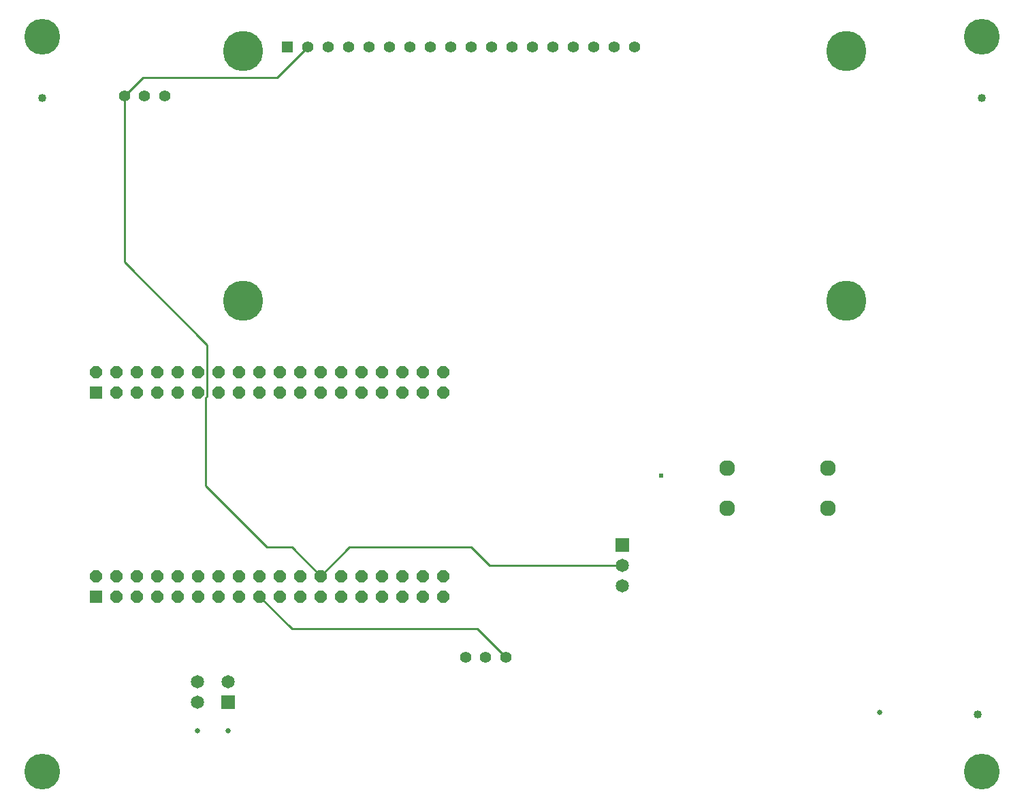
<source format=gbr>
G04 EAGLE Gerber RS-274X export*
G75*
%MOMM*%
%FSLAX34Y34*%
%LPD*%
%INBottom Copper*%
%IPPOS*%
%AMOC8*
5,1,8,0,0,1.08239X$1,22.5*%
G01*
%ADD10C,1.016000*%
%ADD11C,4.445000*%
%ADD12C,1.400000*%
%ADD13C,1.960000*%
%ADD14R,1.524000X1.524000*%
%ADD15P,1.649562X8X22.500000*%
%ADD16R,1.400000X1.400000*%
%ADD17C,5.000000*%
%ADD18R,1.651000X1.651000*%
%ADD19C,1.651000*%
%ADD20C,0.254000*%
%ADD21C,0.654800*%
%ADD22C,0.609600*%


D10*
X1219200Y889000D03*
X1214120Y121920D03*
X50800Y889000D03*
D11*
X50800Y50800D03*
X1219200Y50800D03*
X1219200Y965200D03*
X50800Y965200D03*
D12*
X576980Y193040D03*
X601980Y193040D03*
X626980Y193040D03*
X152800Y891540D03*
X177800Y891540D03*
X202800Y891540D03*
D13*
X1027700Y428860D03*
X1027700Y378860D03*
X902700Y378860D03*
X902700Y428860D03*
D14*
X117520Y268980D03*
D15*
X117520Y294380D03*
X142920Y268980D03*
X142920Y294380D03*
X168320Y268980D03*
X168320Y294380D03*
X193720Y268980D03*
X193720Y294380D03*
X219120Y268980D03*
X219120Y294380D03*
X244520Y268980D03*
X244520Y294380D03*
X269920Y268980D03*
X269920Y294380D03*
X295320Y268980D03*
X295320Y294380D03*
X320720Y268980D03*
X320720Y294380D03*
X346120Y268980D03*
X346120Y294380D03*
X371520Y268980D03*
X371520Y294380D03*
X396920Y268980D03*
X396920Y294380D03*
X422320Y268980D03*
X422320Y294380D03*
X447720Y268980D03*
X447720Y294380D03*
X473120Y268980D03*
X473120Y294380D03*
X498520Y268980D03*
X498520Y294380D03*
X523920Y268980D03*
X523920Y294380D03*
X549320Y268980D03*
X549320Y294380D03*
D14*
X117520Y522980D03*
D15*
X117520Y548380D03*
X142920Y522980D03*
X142920Y548380D03*
X168320Y522980D03*
X168320Y548380D03*
X193720Y522980D03*
X193720Y548380D03*
X219120Y522980D03*
X219120Y548380D03*
X244520Y522980D03*
X244520Y548380D03*
X269920Y522980D03*
X269920Y548380D03*
X295320Y522980D03*
X295320Y548380D03*
X320720Y522980D03*
X320720Y548380D03*
X346120Y522980D03*
X346120Y548380D03*
X371520Y522980D03*
X371520Y548380D03*
X396920Y522980D03*
X396920Y548380D03*
X422320Y522980D03*
X422320Y548380D03*
X447720Y522980D03*
X447720Y548380D03*
X473120Y522980D03*
X473120Y548380D03*
X498520Y522980D03*
X498520Y548380D03*
X523920Y522980D03*
X523920Y548380D03*
X549320Y522980D03*
X549320Y548380D03*
D16*
X355640Y952480D03*
D12*
X381040Y952480D03*
X406440Y952480D03*
X431840Y952480D03*
X457240Y952480D03*
X482640Y952480D03*
X508040Y952480D03*
X533440Y952480D03*
X558840Y952480D03*
X584240Y952480D03*
X609640Y952480D03*
X635040Y952480D03*
X660440Y952480D03*
X685840Y952480D03*
X711240Y952480D03*
X736640Y952480D03*
D17*
X300640Y947480D03*
X1050640Y947480D03*
X300640Y637480D03*
X1050640Y637480D03*
D12*
X762040Y952480D03*
X787440Y952480D03*
D18*
X772160Y332740D03*
D19*
X772160Y307340D03*
X772160Y281940D03*
D18*
X281940Y137160D03*
D19*
X281940Y162560D03*
X243840Y162560D03*
X243840Y137160D03*
D20*
X342960Y914400D02*
X381040Y952480D01*
X175660Y914400D02*
X152800Y891540D01*
X175660Y914400D02*
X342960Y914400D01*
X152800Y891540D02*
X152800Y685400D01*
X255950Y518246D02*
X254000Y516296D01*
X254000Y406400D01*
X255950Y518246D02*
X255950Y582250D01*
X254000Y406400D02*
X330200Y330200D01*
X361100Y330200D02*
X396920Y294380D01*
X255950Y582250D02*
X152800Y685400D01*
X330200Y330200D02*
X361100Y330200D01*
X607060Y307340D02*
X772160Y307340D01*
X607060Y307340D02*
X584200Y330200D01*
X432740Y330200D01*
X396920Y294380D01*
D21*
X281940Y101600D03*
X1092200Y124460D03*
D22*
X820420Y419100D03*
D21*
X243840Y101600D03*
D20*
X361100Y228600D02*
X320720Y268980D01*
X591420Y228600D02*
X626980Y193040D01*
X591420Y228600D02*
X361100Y228600D01*
M02*

</source>
